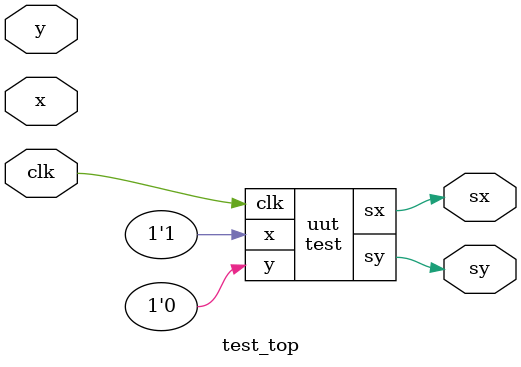
<source format=v>
module test(
  input clk, x, y,
  output reg [0:0] sx, sy
  ) ;
  always @(posedge clk)
    begin
      sx <= (x&~y) ;
      sy <= (~x&y) ;
    end
endmodule

module test_top(
  input clk, x, y,
  output reg sx, sy
) ;
  test uut(clk, 1, 0, sx,sy) ;
endmodule


</source>
